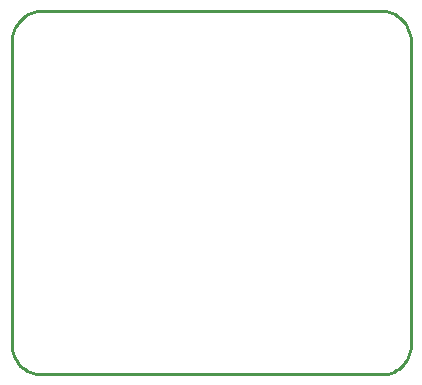
<source format=gko>
G04*
G04 #@! TF.GenerationSoftware,Altium Limited,Altium Designer,21.2.1 (34)*
G04*
G04 Layer_Color=16711935*
%FSLAX25Y25*%
%MOIN*%
G70*
G04*
G04 #@! TF.SameCoordinates,AE92AA6D-A1AF-4C4E-97E0-57C7D8E8F249*
G04*
G04*
G04 #@! TF.FilePolarity,Positive*
G04*
G01*
G75*
%ADD14C,0.01000*%
%ADD51C,0.00025*%
D14*
X71Y10749D02*
X119Y9769D01*
X263Y8798D01*
X502Y7846D01*
X832Y6922D01*
X1252Y6035D01*
X1756Y5193D01*
X2341Y4405D01*
X3000Y3678D01*
X3727Y3019D01*
X4515Y2434D01*
X5357Y1929D01*
X6244Y1510D01*
X7168Y1179D01*
X8120Y941D01*
X9091Y797D01*
X10071Y749D01*
X123487D02*
X124497Y802D01*
X125496Y960D01*
X126473Y1222D01*
X127418Y1584D01*
X128319Y2043D01*
X129167Y2594D01*
X129954Y3231D01*
X130669Y3946D01*
X131306Y4733D01*
X131857Y5581D01*
X132316Y6482D01*
X132678Y7427D01*
X132940Y8404D01*
X133098Y9403D01*
X133151Y10413D01*
X10406Y121929D02*
X9392Y121879D01*
X8389Y121730D01*
X7406Y121484D01*
X6451Y121142D01*
X5534Y120709D01*
X4664Y120187D01*
X3849Y119583D01*
X3098Y118902D01*
X2417Y118151D01*
X1813Y117336D01*
X1291Y116466D01*
X858Y115549D01*
X516Y114594D01*
X270Y113611D01*
X121Y112608D01*
X71Y111594D01*
X10171Y749D02*
X10171Y749D01*
X133151Y111813D02*
X133103Y112805D01*
X132957Y113787D01*
X132716Y114750D01*
X132381Y115684D01*
X131957Y116582D01*
X131447Y117433D01*
X130855Y118231D01*
X130189Y118966D01*
X129453Y119633D01*
X128656Y120224D01*
X127804Y120735D01*
X126907Y121159D01*
X125972Y121493D01*
X125009Y121735D01*
X124027Y121880D01*
X123036Y121929D01*
X71Y10749D02*
Y111594D01*
X10171Y749D02*
X123487D01*
X10406Y121929D02*
X123036D01*
X133151Y10413D02*
Y111813D01*
D51*
X133151Y112086D02*
X133098Y113115D01*
X132936Y114133D01*
X132670Y115128D01*
X132300Y116090D01*
X131833Y117008D01*
X131272Y117872D01*
X130623Y118672D01*
X129895Y119401D01*
X129094Y120049D01*
X128230Y120610D01*
X127312Y121078D01*
X126350Y121447D01*
X125355Y121714D01*
X124338Y121875D01*
X123309Y121929D01*
Y749D02*
X124338Y803D01*
X125355Y964D01*
X126350Y1230D01*
X127312Y1600D01*
X128230Y2067D01*
X129094Y2628D01*
X129895Y3277D01*
X130623Y4005D01*
X131272Y4806D01*
X131833Y5670D01*
X132300Y6588D01*
X132670Y7550D01*
X132936Y8545D01*
X133098Y9562D01*
X133151Y10591D01*
X71Y10749D02*
X119Y9769D01*
X263Y8798D01*
X502Y7846D01*
X832Y6922D01*
X1252Y6035D01*
X1756Y5193D01*
X2341Y4405D01*
X3000Y3678D01*
X3727Y3019D01*
X4515Y2434D01*
X5357Y1929D01*
X6244Y1510D01*
X7168Y1179D01*
X8120Y941D01*
X9091Y797D01*
X10071Y749D01*
Y121929D02*
X9091Y121881D01*
X8120Y121737D01*
X7168Y121498D01*
X6244Y121168D01*
X5357Y120748D01*
X4515Y120244D01*
X3727Y119659D01*
X3000Y119000D01*
X2341Y118273D01*
X1756Y117485D01*
X1252Y116643D01*
X832Y115756D01*
X502Y114832D01*
X263Y113880D01*
X119Y112909D01*
X71Y111929D01*
X133151Y112086D02*
X133098Y113115D01*
X132936Y114133D01*
X132670Y115128D01*
X132300Y116090D01*
X131833Y117008D01*
X131272Y117872D01*
X130623Y118672D01*
X129895Y119401D01*
X129094Y120049D01*
X128230Y120610D01*
X127312Y121078D01*
X126350Y121447D01*
X125355Y121714D01*
X124338Y121875D01*
X123309Y121929D01*
Y749D02*
X124338Y803D01*
X125355Y964D01*
X126350Y1230D01*
X127312Y1600D01*
X128230Y2067D01*
X129094Y2628D01*
X129895Y3277D01*
X130623Y4005D01*
X131272Y4806D01*
X131833Y5670D01*
X132300Y6588D01*
X132670Y7550D01*
X132936Y8545D01*
X133098Y9562D01*
X133151Y10591D01*
X71Y10749D02*
X119Y9769D01*
X263Y8798D01*
X502Y7846D01*
X832Y6922D01*
X1252Y6035D01*
X1756Y5193D01*
X2341Y4405D01*
X3000Y3678D01*
X3727Y3019D01*
X4515Y2434D01*
X5357Y1929D01*
X6244Y1510D01*
X7168Y1179D01*
X8120Y941D01*
X9091Y797D01*
X10071Y749D01*
Y121929D02*
X9091Y121881D01*
X8120Y121737D01*
X7168Y121498D01*
X6244Y121168D01*
X5357Y120748D01*
X4515Y120244D01*
X3727Y119659D01*
X3000Y119000D01*
X2341Y118273D01*
X1756Y117485D01*
X1252Y116643D01*
X832Y115756D01*
X502Y114832D01*
X263Y113880D01*
X119Y112909D01*
X71Y111929D01*
Y10749D02*
X119Y9769D01*
X263Y8798D01*
X502Y7846D01*
X832Y6922D01*
X1252Y6035D01*
X1756Y5193D01*
X2341Y4405D01*
X3000Y3678D01*
X3727Y3019D01*
X4515Y2434D01*
X5357Y1929D01*
X6244Y1510D01*
X7168Y1179D01*
X8120Y941D01*
X9091Y797D01*
X10071Y749D01*
X71Y10749D02*
X119Y9769D01*
X263Y8798D01*
X502Y7846D01*
X832Y6922D01*
X1252Y6035D01*
X1756Y5193D01*
X2341Y4405D01*
X3000Y3678D01*
X3727Y3019D01*
X4515Y2434D01*
X5357Y1929D01*
X6244Y1510D01*
X7168Y1179D01*
X8120Y941D01*
X9091Y797D01*
X10071Y749D01*
Y121929D02*
X9091Y121881D01*
X8120Y121737D01*
X7168Y121498D01*
X6244Y121168D01*
X5357Y120748D01*
X4515Y120244D01*
X3727Y119659D01*
X3000Y119000D01*
X2341Y118273D01*
X1756Y117485D01*
X1252Y116643D01*
X832Y115756D01*
X502Y114832D01*
X263Y113880D01*
X119Y112909D01*
X71Y111929D01*
X133151Y112086D02*
X133098Y113115D01*
X132936Y114133D01*
X132670Y115128D01*
X132300Y116090D01*
X131833Y117008D01*
X131272Y117872D01*
X130623Y118672D01*
X129895Y119401D01*
X129094Y120049D01*
X128230Y120610D01*
X127312Y121078D01*
X126350Y121447D01*
X125355Y121714D01*
X124338Y121875D01*
X123309Y121929D01*
Y749D02*
X124338Y803D01*
X125355Y964D01*
X126350Y1230D01*
X127312Y1600D01*
X128230Y2067D01*
X129094Y2628D01*
X129895Y3277D01*
X130623Y4005D01*
X131272Y4806D01*
X131833Y5670D01*
X132300Y6588D01*
X132670Y7550D01*
X132936Y8545D01*
X133098Y9562D01*
X133151Y10591D01*
X123309Y749D02*
X124338Y803D01*
X125355Y964D01*
X126350Y1230D01*
X127312Y1600D01*
X128230Y2067D01*
X129094Y2628D01*
X129895Y3277D01*
X130623Y4005D01*
X131272Y4806D01*
X131833Y5670D01*
X132300Y6588D01*
X132670Y7550D01*
X132936Y8545D01*
X133098Y9562D01*
X133151Y10591D01*
X71Y10749D02*
X119Y9769D01*
X263Y8798D01*
X502Y7846D01*
X832Y6922D01*
X1252Y6035D01*
X1756Y5193D01*
X2341Y4405D01*
X3000Y3678D01*
X3727Y3019D01*
X4515Y2434D01*
X5357Y1929D01*
X6244Y1510D01*
X7168Y1179D01*
X8120Y941D01*
X9091Y797D01*
X10071Y749D01*
X123309D02*
X124338Y803D01*
X125355Y964D01*
X126350Y1230D01*
X127312Y1600D01*
X128230Y2067D01*
X129094Y2628D01*
X129895Y3277D01*
X130623Y4005D01*
X131272Y4806D01*
X131833Y5670D01*
X132300Y6588D01*
X132670Y7550D01*
X132936Y8545D01*
X133098Y9562D01*
X133151Y10591D01*
X10071Y121929D02*
X9091Y121881D01*
X8120Y121737D01*
X7168Y121498D01*
X6244Y121168D01*
X5357Y120748D01*
X4515Y120244D01*
X3727Y119659D01*
X3000Y119000D01*
X2341Y118273D01*
X1756Y117485D01*
X1252Y116643D01*
X832Y115756D01*
X502Y114832D01*
X263Y113880D01*
X119Y112909D01*
X71Y111929D01*
X133151Y112086D02*
X133098Y113115D01*
X132936Y114133D01*
X132670Y115128D01*
X132300Y116090D01*
X131833Y117008D01*
X131272Y117872D01*
X130623Y118672D01*
X129895Y119401D01*
X129094Y120049D01*
X128230Y120610D01*
X127312Y121078D01*
X126350Y121447D01*
X125355Y121714D01*
X124338Y121875D01*
X123309Y121929D01*
X10071Y121929D02*
X9091Y121881D01*
X8120Y121737D01*
X7168Y121498D01*
X6244Y121168D01*
X5357Y120748D01*
X4515Y120244D01*
X3727Y119659D01*
X3000Y119000D01*
X2341Y118273D01*
X1756Y117485D01*
X1252Y116643D01*
X832Y115756D01*
X502Y114832D01*
X263Y113880D01*
X119Y112909D01*
X71Y111929D01*
X133151Y112086D02*
X133098Y113115D01*
X132936Y114133D01*
X132670Y115128D01*
X132300Y116090D01*
X131833Y117008D01*
X131272Y117872D01*
X130623Y118672D01*
X129895Y119401D01*
X129094Y120049D01*
X128230Y120610D01*
X127312Y121078D01*
X126350Y121447D01*
X125355Y121714D01*
X124338Y121875D01*
X123309Y121929D01*
X10171Y121929D02*
X123309Y121929D01*
X133151Y112086D02*
X133171Y10449D01*
X133151Y10591D02*
X133171Y10449D01*
X10171Y749D02*
X123309Y749D01*
X10071D02*
X10171Y749D01*
X71Y10749D02*
Y111929D01*
X10071Y121929D02*
X10171D01*
X123309Y121929D01*
X133151Y112086D02*
X133171Y10449D01*
X133151Y10591D02*
X133171Y10449D01*
X10171Y749D02*
X123309Y749D01*
X10071D02*
X10171Y749D01*
X71Y10749D02*
Y111929D01*
X10071Y121929D02*
X10171D01*
X133151Y10591D02*
X133171Y10449D01*
X10071Y121929D02*
X10171D01*
Y749D02*
X123309Y749D01*
X10171Y121929D02*
X123309Y121929D01*
X10071Y121929D02*
X10171D01*
X71Y10749D02*
Y111929D01*
X133151Y10591D02*
X133171Y10449D01*
X10071Y749D02*
X10171Y749D01*
X133151Y112086D02*
X133171Y10449D01*
X71Y10749D02*
Y111929D01*
X133151Y10591D02*
X133171Y10449D01*
X10071Y749D02*
X10171Y749D01*
X133151Y112086D02*
X133171Y10449D01*
X10071Y121929D02*
X10171D01*
Y749D02*
X123309Y749D01*
X10171Y121929D02*
X123309Y121929D01*
X10071Y749D02*
X10171Y749D01*
X133151Y112086D02*
X133171Y10449D01*
X10171Y749D02*
X123309Y749D01*
X10171Y121929D02*
X123309Y121929D01*
X71Y10749D02*
Y111929D01*
M02*

</source>
